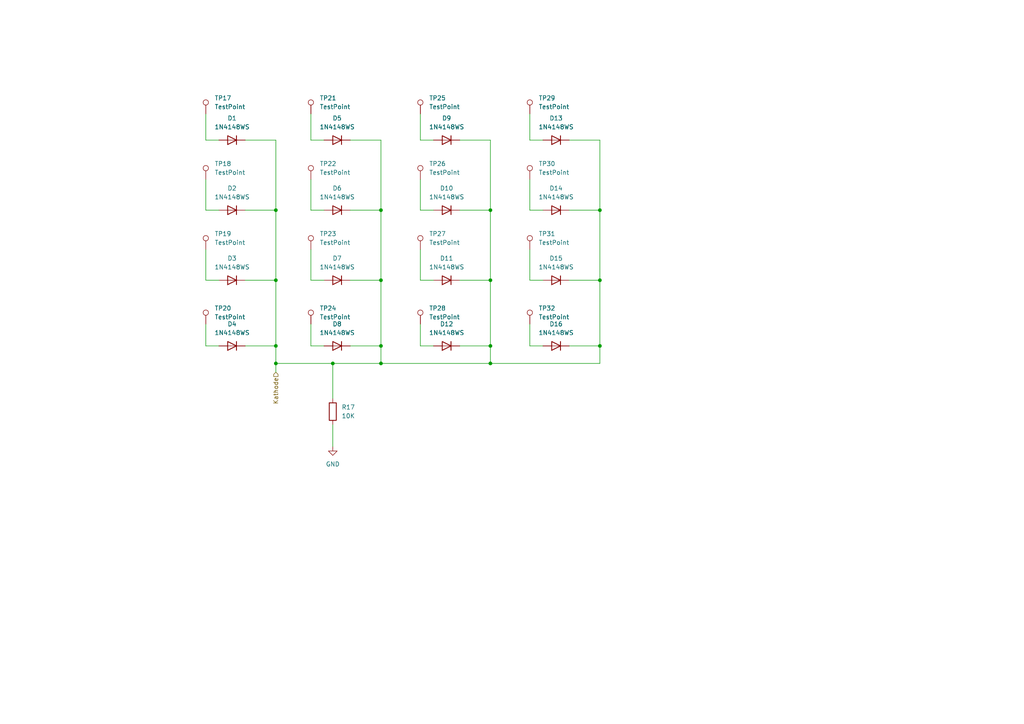
<source format=kicad_sch>
(kicad_sch (version 20231120) (generator "eeschema") (generator_version "8.0")
  (paper "A4")
  (lib_symbols
    (symbol "Connector:TestPoint" (pin_numbers hide) (pin_names (offset 0.762) hide)
      (property "Reference" "TP" (at 0 6.858 0))
      (property "Value" "TestPoint" (at 0 5.08 0))
      (symbol "TestPoint_0_1"
        (circle (center 0 3.302) (radius 0.762))
      )
      (symbol "TestPoint_1_1"
        (pin passive line (at 0 0 90) (length 2.54) (name "1") (number "1"))
      )
    )
    (symbol "Device:R" (pin_numbers hide) (pin_names (offset 0))
      (property "Reference" "R" (at 2.032 0 90))
      (property "Value" "R" (at 0 0 90))
      (symbol "R_0_1"
        (rectangle (start -1.016 -2.54) (end 1.016 2.54) (stroke (width 0.254)))
      )
      (symbol "R_1_1"
        (pin passive line (at 0 3.81 270) (length 1.27) (name "~") (number "1"))
        (pin passive line (at 0 -3.81 90) (length 1.27) (name "~") (number "2"))
      )
    )
    (symbol "Diode:1N4148WS" (pin_numbers hide) (pin_names hide)
      (property "Reference" "D" (at 0 2.54 0))
      (property "Value" "1N4148WS" (at 0 -2.54 0))
      (symbol "1N4148WS_0_1"
        (polyline (pts (xy -1.27 1.27) (xy -1.27 -1.27)) (stroke (width 0.254)))
        (polyline (pts (xy 1.27 0) (xy -1.27 0)))
        (polyline (pts (xy 1.27 1.27) (xy 1.27 -1.27) (xy -1.27 0) (xy 1.27 1.27)) (stroke (width 0.254)))
      )
      (symbol "1N4148WS_1_1"
        (pin passive line (at -3.81 0 0) (length 2.54) (name "K") (number "1"))
        (pin passive line (at 3.81 0 180) (length 2.54) (name "A") (number "2"))
      )
    )
    (symbol "power:GND" (power) (pin_numbers hide) (pin_names (offset 0) hide)
      (property "Value" "GND" (at 0 -3.81 0))
      (symbol "GND_0_1"
        (polyline (pts (xy 0 0) (xy 0 -1.27) (xy 1.27 -1.27) (xy 0 -2.54) (xy -1.27 -1.27) (xy 0 -1.27)))
      )
      (symbol "GND_1_1"
        (pin power_in line (at 0 0 270) (length 0) (name "~") (number "1"))
      )
    )
  )
  (junction (at 173.99 100.33))
  (junction (at 173.99 60.96))
  (junction (at 142.24 105.41))
  (junction (at 110.49 81.28))
  (junction (at 110.49 105.41))
  (junction (at 142.24 81.28))
  (junction (at 142.24 60.96))
  (junction (at 80.01 100.33))
  (junction (at 80.01 105.41))
  (junction (at 110.49 100.33))
  (junction (at 96.52 105.41))
  (junction (at 110.49 60.96))
  (junction (at 80.01 81.28))
  (junction (at 80.01 60.96))
  (junction (at 142.24 100.33))
  (junction (at 173.99 81.28))
  (wire (pts (xy 173.99 81.28) (xy 173.99 100.33)))
  (wire (pts (xy 165.1 100.33) (xy 173.99 100.33)))
  (wire (pts (xy 59.69 93.98) (xy 59.69 100.33)))
  (wire (pts (xy 142.24 81.28) (xy 142.24 100.33)))
  (wire (pts (xy 59.69 40.64) (xy 63.5 40.64)))
  (wire (pts (xy 153.67 52.07) (xy 153.67 60.96)))
  (wire (pts (xy 142.24 60.96) (xy 142.24 81.28)))
  (wire (pts (xy 90.17 33.02) (xy 90.17 40.64)))
  (wire (pts (xy 71.12 40.64) (xy 80.01 40.64)))
  (wire (pts (xy 121.92 60.96) (xy 125.73 60.96)))
  (wire (pts (xy 121.92 93.98) (xy 121.92 100.33)))
  (wire (pts (xy 96.52 105.41) (xy 96.52 115.57)))
  (wire (pts (xy 121.92 40.64) (xy 125.73 40.64)))
  (wire (pts (xy 121.92 81.28) (xy 125.73 81.28)))
  (wire (pts (xy 121.92 33.02) (xy 121.92 40.64)))
  (wire (pts (xy 165.1 81.28) (xy 173.99 81.28)))
  (wire (pts (xy 110.49 105.41) (xy 110.49 100.33)))
  (wire (pts (xy 173.99 100.33) (xy 173.99 105.41)))
  (wire (pts (xy 101.6 60.96) (xy 110.49 60.96)))
  (wire (pts (xy 110.49 105.41) (xy 142.24 105.41)))
  (wire (pts (xy 173.99 60.96) (xy 173.99 81.28)))
  (wire (pts (xy 90.17 40.64) (xy 93.98 40.64)))
  (wire (pts (xy 71.12 60.96) (xy 80.01 60.96)))
  (wire (pts (xy 80.01 40.64) (xy 80.01 60.96)))
  (wire (pts (xy 90.17 93.98) (xy 90.17 100.33)))
  (wire (pts (xy 121.92 72.39) (xy 121.92 81.28)))
  (wire (pts (xy 80.01 105.41) (xy 80.01 107.95)))
  (wire (pts (xy 121.92 100.33) (xy 125.73 100.33)))
  (wire (pts (xy 71.12 81.28) (xy 80.01 81.28)))
  (wire (pts (xy 101.6 100.33) (xy 110.49 100.33)))
  (wire (pts (xy 153.67 72.39) (xy 153.67 81.28)))
  (wire (pts (xy 59.69 60.96) (xy 63.5 60.96)))
  (wire (pts (xy 110.49 81.28) (xy 110.49 100.33)))
  (wire (pts (xy 153.67 81.28) (xy 157.48 81.28)))
  (wire (pts (xy 59.69 33.02) (xy 59.69 40.64)))
  (wire (pts (xy 71.12 100.33) (xy 80.01 100.33)))
  (wire (pts (xy 59.69 72.39) (xy 59.69 81.28)))
  (wire (pts (xy 101.6 40.64) (xy 110.49 40.64)))
  (wire (pts (xy 165.1 40.64) (xy 173.99 40.64)))
  (wire (pts (xy 90.17 81.28) (xy 93.98 81.28)))
  (wire (pts (xy 142.24 100.33) (xy 142.24 105.41)))
  (wire (pts (xy 153.67 60.96) (xy 157.48 60.96)))
  (wire (pts (xy 153.67 40.64) (xy 157.48 40.64)))
  (wire (pts (xy 96.52 123.19) (xy 96.52 129.54)))
  (wire (pts (xy 121.92 52.07) (xy 121.92 60.96)))
  (wire (pts (xy 96.52 105.41) (xy 110.49 105.41)))
  (wire (pts (xy 80.01 60.96) (xy 80.01 81.28)))
  (wire (pts (xy 153.67 33.02) (xy 153.67 40.64)))
  (wire (pts (xy 59.69 81.28) (xy 63.5 81.28)))
  (wire (pts (xy 90.17 100.33) (xy 93.98 100.33)))
  (wire (pts (xy 80.01 105.41) (xy 96.52 105.41)))
  (wire (pts (xy 173.99 40.64) (xy 173.99 60.96)))
  (wire (pts (xy 142.24 40.64) (xy 142.24 60.96)))
  (wire (pts (xy 59.69 100.33) (xy 63.5 100.33)))
  (wire (pts (xy 153.67 100.33) (xy 157.48 100.33)))
  (wire (pts (xy 133.35 81.28) (xy 142.24 81.28)))
  (wire (pts (xy 110.49 40.64) (xy 110.49 60.96)))
  (wire (pts (xy 80.01 81.28) (xy 80.01 100.33)))
  (wire (pts (xy 90.17 52.07) (xy 90.17 60.96)))
  (wire (pts (xy 153.67 93.98) (xy 153.67 100.33)))
  (wire (pts (xy 59.69 52.07) (xy 59.69 60.96)))
  (wire (pts (xy 142.24 105.41) (xy 173.99 105.41)))
  (wire (pts (xy 133.35 100.33) (xy 142.24 100.33)))
  (wire (pts (xy 80.01 100.33) (xy 80.01 105.41)))
  (wire (pts (xy 133.35 40.64) (xy 142.24 40.64)))
  (wire (pts (xy 90.17 60.96) (xy 93.98 60.96)))
  (wire (pts (xy 101.6 81.28) (xy 110.49 81.28)))
  (wire (pts (xy 133.35 60.96) (xy 142.24 60.96)))
  (wire (pts (xy 90.17 72.39) (xy 90.17 81.28)))
  (wire (pts (xy 110.49 60.96) (xy 110.49 81.28)))
  (wire (pts (xy 165.1 60.96) (xy 173.99 60.96)))
  (hierarchical_label "Kathode" (shape input) (at 80.01 107.95 270))
  (symbol (lib_id "Diode:1N4148WS") (at 67.31 100.33 180) (unit 1)
    (property "Reference" "D4" (at 67.31 93.98 0))
    (property "Value" "1N4148WS" (at 67.31 96.52 0))
    (property "Footprint" "Diode_SMD:D_SOD-323" (effects (hide yes)))
    (property "Datasheet" "https://www.vishay.com/docs/85751/1n4148ws.pdf" (effects (hide yes)))
    (property "Description" "75V 0.15A Fast switching Diode, SOD-323" (effects (hide yes)))
    (property "Sim.Device" "D" (effects (hide yes)))
    (property "Sim.Pins" "1=K 2=A" (effects (hide yes)))
    (instances (project "Pressure-Sensor-Matrix" (path "" (reference "D4") (unit 1)) (path "" (reference "D20") (unit 1)) (path "" (reference "D36") (unit 1)) (path "" (reference "D52") (unit 1)) (path "" (reference "D68") (unit 1)) (path "" (reference "D84") (unit 1)) (path "" (reference "D100") (unit 1)) (path "" (reference "D116") (unit 1)) (path "" (reference "D132") (unit 1)) (path "" (reference "D148") (unit 1)) (path "" (reference "D164") (unit 1)) (path "" (reference "D180") (unit 1)) (path "" (reference "D196") (unit 1)) (path "" (reference "D212") (unit 1)) (path "" (reference "D228") (unit 1)) (path "" (reference "D244") (unit 1))))
  )
  (symbol (lib_id "Connector:TestPoint") (at 121.92 33.02 0) (unit 1)
    (property "Reference" "TP25" (at 124.46 28.4479 0) (effects (justify left)))
    (property "Value" "TestPoint" (at 124.46 30.9879 0) (effects (justify left)))
    (property "Footprint" "TestPoint:TestPoint_Pad_4.0x4.0mm" (effects (hide yes)))
    (property "Description" "test point" (effects (hide yes)))
    (instances (project "Pressure-Sensor-Matrix" (path "" (reference "TP25") (unit 1)) (path "" (reference "TP41") (unit 1)) (path "" (reference "TP57") (unit 1)) (path "" (reference "TP73") (unit 1)) (path "" (reference "TP89") (unit 1)) (path "" (reference "TP105") (unit 1)) (path "" (reference "TP121") (unit 1)) (path "" (reference "TP137") (unit 1)) (path "" (reference "TP153") (unit 1)) (path "" (reference "TP169") (unit 1)) (path "" (reference "TP185") (unit 1)) (path "" (reference "TP201") (unit 1)) (path "" (reference "TP217") (unit 1)) (path "" (reference "TP233") (unit 1)) (path "" (reference "TP249") (unit 1)) (path "" (reference "TP265") (unit 1))))
  )
  (symbol (lib_id "Connector:TestPoint") (at 59.69 33.02 0) (unit 1)
    (property "Reference" "TP17" (at 62.23 28.4479 0) (effects (justify left)))
    (property "Value" "TestPoint" (at 62.23 30.9879 0) (effects (justify left)))
    (property "Footprint" "TestPoint:TestPoint_Pad_4.0x4.0mm" (effects (hide yes)))
    (property "Description" "test point" (effects (hide yes)))
    (instances (project "Pressure-Sensor-Matrix" (path "" (reference "TP17") (unit 1)) (path "" (reference "TP33") (unit 1)) (path "" (reference "TP49") (unit 1)) (path "" (reference "TP65") (unit 1)) (path "" (reference "TP81") (unit 1)) (path "" (reference "TP97") (unit 1)) (path "" (reference "TP113") (unit 1)) (path "" (reference "TP129") (unit 1)) (path "" (reference "TP145") (unit 1)) (path "" (reference "TP161") (unit 1)) (path "" (reference "TP177") (unit 1)) (path "" (reference "TP193") (unit 1)) (path "" (reference "TP209") (unit 1)) (path "" (reference "TP225") (unit 1)) (path "" (reference "TP241") (unit 1)) (path "" (reference "TP257") (unit 1))))
  )
  (symbol (lib_id "Connector:TestPoint") (at 121.92 72.39 0) (unit 1)
    (property "Reference" "TP27" (at 124.46 67.8179 0) (effects (justify left)))
    (property "Value" "TestPoint" (at 124.46 70.3579 0) (effects (justify left)))
    (property "Footprint" "TestPoint:TestPoint_Pad_4.0x4.0mm" (effects (hide yes)))
    (property "Description" "test point" (effects (hide yes)))
    (instances (project "Pressure-Sensor-Matrix" (path "" (reference "TP27") (unit 1)) (path "" (reference "TP43") (unit 1)) (path "" (reference "TP59") (unit 1)) (path "" (reference "TP75") (unit 1)) (path "" (reference "TP91") (unit 1)) (path "" (reference "TP107") (unit 1)) (path "" (reference "TP123") (unit 1)) (path "" (reference "TP139") (unit 1)) (path "" (reference "TP155") (unit 1)) (path "" (reference "TP171") (unit 1)) (path "" (reference "TP187") (unit 1)) (path "" (reference "TP203") (unit 1)) (path "" (reference "TP219") (unit 1)) (path "" (reference "TP235") (unit 1)) (path "" (reference "TP251") (unit 1)) (path "" (reference "TP267") (unit 1))))
  )
  (symbol (lib_id "Diode:1N4148WS") (at 97.79 40.64 180) (unit 1)
    (property "Reference" "D5" (at 97.79 34.29 0))
    (property "Value" "1N4148WS" (at 97.79 36.83 0))
    (property "Footprint" "Diode_SMD:D_SOD-323" (effects (hide yes)))
    (property "Datasheet" "https://www.vishay.com/docs/85751/1n4148ws.pdf" (effects (hide yes)))
    (property "Description" "75V 0.15A Fast switching Diode, SOD-323" (effects (hide yes)))
    (property "Sim.Device" "D" (effects (hide yes)))
    (property "Sim.Pins" "1=K 2=A" (effects (hide yes)))
    (instances (project "Pressure-Sensor-Matrix" (path "" (reference "D5") (unit 1)) (path "" (reference "D21") (unit 1)) (path "" (reference "D37") (unit 1)) (path "" (reference "D53") (unit 1)) (path "" (reference "D69") (unit 1)) (path "" (reference "D85") (unit 1)) (path "" (reference "D101") (unit 1)) (path "" (reference "D117") (unit 1)) (path "" (reference "D133") (unit 1)) (path "" (reference "D149") (unit 1)) (path "" (reference "D165") (unit 1)) (path "" (reference "D181") (unit 1)) (path "" (reference "D197") (unit 1)) (path "" (reference "D213") (unit 1)) (path "" (reference "D229") (unit 1)) (path "" (reference "D245") (unit 1))))
  )
  (symbol (lib_id "Connector:TestPoint") (at 153.67 72.39 0) (unit 1)
    (property "Reference" "TP31" (at 156.21 67.8179 0) (effects (justify left)))
    (property "Value" "TestPoint" (at 156.21 70.3579 0) (effects (justify left)))
    (property "Footprint" "TestPoint:TestPoint_Pad_4.0x4.0mm" (effects (hide yes)))
    (property "Description" "test point" (effects (hide yes)))
    (instances (project "Pressure-Sensor-Matrix" (path "" (reference "TP31") (unit 1)) (path "" (reference "TP47") (unit 1)) (path "" (reference "TP63") (unit 1)) (path "" (reference "TP79") (unit 1)) (path "" (reference "TP95") (unit 1)) (path "" (reference "TP111") (unit 1)) (path "" (reference "TP127") (unit 1)) (path "" (reference "TP143") (unit 1)) (path "" (reference "TP159") (unit 1)) (path "" (reference "TP175") (unit 1)) (path "" (reference "TP191") (unit 1)) (path "" (reference "TP207") (unit 1)) (path "" (reference "TP223") (unit 1)) (path "" (reference "TP239") (unit 1)) (path "" (reference "TP255") (unit 1)) (path "" (reference "TP271") (unit 1))))
  )
  (symbol (lib_id "Diode:1N4148WS") (at 129.54 100.33 180) (unit 1)
    (property "Reference" "D12" (at 129.54 93.98 0))
    (property "Value" "1N4148WS" (at 129.54 96.52 0))
    (property "Footprint" "Diode_SMD:D_SOD-323" (effects (hide yes)))
    (property "Datasheet" "https://www.vishay.com/docs/85751/1n4148ws.pdf" (effects (hide yes)))
    (property "Description" "75V 0.15A Fast switching Diode, SOD-323" (effects (hide yes)))
    (property "Sim.Device" "D" (effects (hide yes)))
    (property "Sim.Pins" "1=K 2=A" (effects (hide yes)))
    (instances (project "Pressure-Sensor-Matrix" (path "" (reference "D12") (unit 1)) (path "" (reference "D28") (unit 1)) (path "" (reference "D44") (unit 1)) (path "" (reference "D60") (unit 1)) (path "" (reference "D76") (unit 1)) (path "" (reference "D92") (unit 1)) (path "" (reference "D108") (unit 1)) (path "" (reference "D124") (unit 1)) (path "" (reference "D140") (unit 1)) (path "" (reference "D156") (unit 1)) (path "" (reference "D172") (unit 1)) (path "" (reference "D188") (unit 1)) (path "" (reference "D204") (unit 1)) (path "" (reference "D220") (unit 1)) (path "" (reference "D236") (unit 1)) (path "" (reference "D252") (unit 1))))
  )
  (symbol (lib_id "Diode:1N4148WS") (at 161.29 81.28 180) (unit 1)
    (property "Reference" "D15" (at 161.29 74.93 0))
    (property "Value" "1N4148WS" (at 161.29 77.47 0))
    (property "Footprint" "Diode_SMD:D_SOD-323" (effects (hide yes)))
    (property "Datasheet" "https://www.vishay.com/docs/85751/1n4148ws.pdf" (effects (hide yes)))
    (property "Description" "75V 0.15A Fast switching Diode, SOD-323" (effects (hide yes)))
    (property "Sim.Device" "D" (effects (hide yes)))
    (property "Sim.Pins" "1=K 2=A" (effects (hide yes)))
    (instances (project "Pressure-Sensor-Matrix" (path "" (reference "D15") (unit 1)) (path "" (reference "D31") (unit 1)) (path "" (reference "D47") (unit 1)) (path "" (reference "D63") (unit 1)) (path "" (reference "D79") (unit 1)) (path "" (reference "D95") (unit 1)) (path "" (reference "D111") (unit 1)) (path "" (reference "D127") (unit 1)) (path "" (reference "D143") (unit 1)) (path "" (reference "D159") (unit 1)) (path "" (reference "D175") (unit 1)) (path "" (reference "D191") (unit 1)) (path "" (reference "D207") (unit 1)) (path "" (reference "D223") (unit 1)) (path "" (reference "D239") (unit 1)) (path "" (reference "D255") (unit 1))))
  )
  (symbol (lib_id "Connector:TestPoint") (at 90.17 72.39 0) (unit 1)
    (property "Reference" "TP23" (at 92.71 67.8179 0) (effects (justify left)))
    (property "Value" "TestPoint" (at 92.71 70.3579 0) (effects (justify left)))
    (property "Footprint" "TestPoint:TestPoint_Pad_4.0x4.0mm" (effects (hide yes)))
    (property "Description" "test point" (effects (hide yes)))
    (instances (project "Pressure-Sensor-Matrix" (path "" (reference "TP23") (unit 1)) (path "" (reference "TP39") (unit 1)) (path "" (reference "TP55") (unit 1)) (path "" (reference "TP71") (unit 1)) (path "" (reference "TP87") (unit 1)) (path "" (reference "TP103") (unit 1)) (path "" (reference "TP119") (unit 1)) (path "" (reference "TP135") (unit 1)) (path "" (reference "TP151") (unit 1)) (path "" (reference "TP167") (unit 1)) (path "" (reference "TP183") (unit 1)) (path "" (reference "TP199") (unit 1)) (path "" (reference "TP215") (unit 1)) (path "" (reference "TP231") (unit 1)) (path "" (reference "TP247") (unit 1)) (path "" (reference "TP263") (unit 1))))
  )
  (symbol (lib_id "Connector:TestPoint") (at 59.69 93.98 0) (unit 1)
    (property "Reference" "TP20" (at 62.23 89.4079 0) (effects (justify left)))
    (property "Value" "TestPoint" (at 62.23 91.9479 0) (effects (justify left)))
    (property "Footprint" "TestPoint:TestPoint_Pad_4.0x4.0mm" (effects (hide yes)))
    (property "Description" "test point" (effects (hide yes)))
    (instances (project "Pressure-Sensor-Matrix" (path "" (reference "TP20") (unit 1)) (path "" (reference "TP36") (unit 1)) (path "" (reference "TP52") (unit 1)) (path "" (reference "TP68") (unit 1)) (path "" (reference "TP84") (unit 1)) (path "" (reference "TP100") (unit 1)) (path "" (reference "TP116") (unit 1)) (path "" (reference "TP132") (unit 1)) (path "" (reference "TP148") (unit 1)) (path "" (reference "TP164") (unit 1)) (path "" (reference "TP180") (unit 1)) (path "" (reference "TP196") (unit 1)) (path "" (reference "TP212") (unit 1)) (path "" (reference "TP228") (unit 1)) (path "" (reference "TP244") (unit 1)) (path "" (reference "TP260") (unit 1))))
  )
  (symbol (lib_id "Diode:1N4148WS") (at 129.54 81.28 180) (unit 1)
    (property "Reference" "D11" (at 129.54 74.93 0))
    (property "Value" "1N4148WS" (at 129.54 77.47 0))
    (property "Footprint" "Diode_SMD:D_SOD-323" (effects (hide yes)))
    (property "Datasheet" "https://www.vishay.com/docs/85751/1n4148ws.pdf" (effects (hide yes)))
    (property "Description" "75V 0.15A Fast switching Diode, SOD-323" (effects (hide yes)))
    (property "Sim.Device" "D" (effects (hide yes)))
    (property "Sim.Pins" "1=K 2=A" (effects (hide yes)))
    (instances (project "Pressure-Sensor-Matrix" (path "" (reference "D11") (unit 1)) (path "" (reference "D27") (unit 1)) (path "" (reference "D43") (unit 1)) (path "" (reference "D59") (unit 1)) (path "" (reference "D75") (unit 1)) (path "" (reference "D91") (unit 1)) (path "" (reference "D107") (unit 1)) (path "" (reference "D123") (unit 1)) (path "" (reference "D139") (unit 1)) (path "" (reference "D155") (unit 1)) (path "" (reference "D171") (unit 1)) (path "" (reference "D187") (unit 1)) (path "" (reference "D203") (unit 1)) (path "" (reference "D219") (unit 1)) (path "" (reference "D235") (unit 1)) (path "" (reference "D251") (unit 1))))
  )
  (symbol (lib_id "Diode:1N4148WS") (at 161.29 60.96 180) (unit 1)
    (property "Reference" "D14" (at 161.29 54.61 0))
    (property "Value" "1N4148WS" (at 161.29 57.15 0))
    (property "Footprint" "Diode_SMD:D_SOD-323" (effects (hide yes)))
    (property "Datasheet" "https://www.vishay.com/docs/85751/1n4148ws.pdf" (effects (hide yes)))
    (property "Description" "75V 0.15A Fast switching Diode, SOD-323" (effects (hide yes)))
    (property "Sim.Device" "D" (effects (hide yes)))
    (property "Sim.Pins" "1=K 2=A" (effects (hide yes)))
    (instances (project "Pressure-Sensor-Matrix" (path "" (reference "D14") (unit 1)) (path "" (reference "D30") (unit 1)) (path "" (reference "D46") (unit 1)) (path "" (reference "D62") (unit 1)) (path "" (reference "D78") (unit 1)) (path "" (reference "D94") (unit 1)) (path "" (reference "D110") (unit 1)) (path "" (reference "D126") (unit 1)) (path "" (reference "D142") (unit 1)) (path "" (reference "D158") (unit 1)) (path "" (reference "D174") (unit 1)) (path "" (reference "D190") (unit 1)) (path "" (reference "D206") (unit 1)) (path "" (reference "D222") (unit 1)) (path "" (reference "D238") (unit 1)) (path "" (reference "D254") (unit 1))))
  )
  (symbol (lib_id "Connector:TestPoint") (at 153.67 93.98 0) (unit 1)
    (property "Reference" "TP32" (at 156.21 89.4079 0) (effects (justify left)))
    (property "Value" "TestPoint" (at 156.21 91.9479 0) (effects (justify left)))
    (property "Footprint" "TestPoint:TestPoint_Pad_4.0x4.0mm" (effects (hide yes)))
    (property "Description" "test point" (effects (hide yes)))
    (instances (project "Pressure-Sensor-Matrix" (path "" (reference "TP32") (unit 1)) (path "" (reference "TP48") (unit 1)) (path "" (reference "TP64") (unit 1)) (path "" (reference "TP80") (unit 1)) (path "" (reference "TP96") (unit 1)) (path "" (reference "TP112") (unit 1)) (path "" (reference "TP128") (unit 1)) (path "" (reference "TP144") (unit 1)) (path "" (reference "TP160") (unit 1)) (path "" (reference "TP176") (unit 1)) (path "" (reference "TP192") (unit 1)) (path "" (reference "TP208") (unit 1)) (path "" (reference "TP224") (unit 1)) (path "" (reference "TP240") (unit 1)) (path "" (reference "TP256") (unit 1)) (path "" (reference "TP272") (unit 1))))
  )
  (symbol (lib_id "Diode:1N4148WS") (at 97.79 100.33 180) (unit 1)
    (property "Reference" "D8" (at 97.79 93.98 0))
    (property "Value" "1N4148WS" (at 97.79 96.52 0))
    (property "Footprint" "Diode_SMD:D_SOD-323" (effects (hide yes)))
    (property "Datasheet" "https://www.vishay.com/docs/85751/1n4148ws.pdf" (effects (hide yes)))
    (property "Description" "75V 0.15A Fast switching Diode, SOD-323" (effects (hide yes)))
    (property "Sim.Device" "D" (effects (hide yes)))
    (property "Sim.Pins" "1=K 2=A" (effects (hide yes)))
    (instances (project "Pressure-Sensor-Matrix" (path "" (reference "D8") (unit 1)) (path "" (reference "D24") (unit 1)) (path "" (reference "D40") (unit 1)) (path "" (reference "D56") (unit 1)) (path "" (reference "D72") (unit 1)) (path "" (reference "D88") (unit 1)) (path "" (reference "D104") (unit 1)) (path "" (reference "D120") (unit 1)) (path "" (reference "D136") (unit 1)) (path "" (reference "D152") (unit 1)) (path "" (reference "D168") (unit 1)) (path "" (reference "D184") (unit 1)) (path "" (reference "D200") (unit 1)) (path "" (reference "D216") (unit 1)) (path "" (reference "D232") (unit 1)) (path "" (reference "D248") (unit 1))))
  )
  (symbol (lib_id "Diode:1N4148WS") (at 67.31 60.96 180) (unit 1)
    (property "Reference" "D2" (at 67.31 54.61 0))
    (property "Value" "1N4148WS" (at 67.31 57.15 0))
    (property "Footprint" "Diode_SMD:D_SOD-323" (effects (hide yes)))
    (property "Datasheet" "https://www.vishay.com/docs/85751/1n4148ws.pdf" (effects (hide yes)))
    (property "Description" "75V 0.15A Fast switching Diode, SOD-323" (effects (hide yes)))
    (property "Sim.Device" "D" (effects (hide yes)))
    (property "Sim.Pins" "1=K 2=A" (effects (hide yes)))
    (instances (project "Pressure-Sensor-Matrix" (path "" (reference "D2") (unit 1)) (path "" (reference "D18") (unit 1)) (path "" (reference "D34") (unit 1)) (path "" (reference "D50") (unit 1)) (path "" (reference "D66") (unit 1)) (path "" (reference "D82") (unit 1)) (path "" (reference "D98") (unit 1)) (path "" (reference "D114") (unit 1)) (path "" (reference "D130") (unit 1)) (path "" (reference "D146") (unit 1)) (path "" (reference "D162") (unit 1)) (path "" (reference "D178") (unit 1)) (path "" (reference "D194") (unit 1)) (path "" (reference "D210") (unit 1)) (path "" (reference "D226") (unit 1)) (path "" (reference "D242") (unit 1))))
  )
  (symbol (lib_id "Connector:TestPoint") (at 59.69 72.39 0) (unit 1)
    (property "Reference" "TP19" (at 62.23 67.8179 0) (effects (justify left)))
    (property "Value" "TestPoint" (at 62.23 70.3579 0) (effects (justify left)))
    (property "Footprint" "TestPoint:TestPoint_Pad_4.0x4.0mm" (effects (hide yes)))
    (property "Description" "test point" (effects (hide yes)))
    (instances (project "Pressure-Sensor-Matrix" (path "" (reference "TP19") (unit 1)) (path "" (reference "TP35") (unit 1)) (path "" (reference "TP51") (unit 1)) (path "" (reference "TP67") (unit 1)) (path "" (reference "TP83") (unit 1)) (path "" (reference "TP99") (unit 1)) (path "" (reference "TP115") (unit 1)) (path "" (reference "TP131") (unit 1)) (path "" (reference "TP147") (unit 1)) (path "" (reference "TP163") (unit 1)) (path "" (reference "TP179") (unit 1)) (path "" (reference "TP195") (unit 1)) (path "" (reference "TP211") (unit 1)) (path "" (reference "TP227") (unit 1)) (path "" (reference "TP243") (unit 1)) (path "" (reference "TP259") (unit 1))))
  )
  (symbol (lib_id "Connector:TestPoint") (at 121.92 52.07 0) (unit 1)
    (property "Reference" "TP26" (at 124.46 47.4979 0) (effects (justify left)))
    (property "Value" "TestPoint" (at 124.46 50.0379 0) (effects (justify left)))
    (property "Footprint" "TestPoint:TestPoint_Pad_4.0x4.0mm" (effects (hide yes)))
    (property "Description" "test point" (effects (hide yes)))
    (instances (project "Pressure-Sensor-Matrix" (path "" (reference "TP26") (unit 1)) (path "" (reference "TP42") (unit 1)) (path "" (reference "TP58") (unit 1)) (path "" (reference "TP74") (unit 1)) (path "" (reference "TP90") (unit 1)) (path "" (reference "TP106") (unit 1)) (path "" (reference "TP122") (unit 1)) (path "" (reference "TP138") (unit 1)) (path "" (reference "TP154") (unit 1)) (path "" (reference "TP170") (unit 1)) (path "" (reference "TP186") (unit 1)) (path "" (reference "TP202") (unit 1)) (path "" (reference "TP218") (unit 1)) (path "" (reference "TP234") (unit 1)) (path "" (reference "TP250") (unit 1)) (path "" (reference "TP266") (unit 1))))
  )
  (symbol (lib_id "Connector:TestPoint") (at 153.67 52.07 0) (unit 1)
    (property "Reference" "TP30" (at 156.21 47.4979 0) (effects (justify left)))
    (property "Value" "TestPoint" (at 156.21 50.0379 0) (effects (justify left)))
    (property "Footprint" "TestPoint:TestPoint_Pad_4.0x4.0mm" (effects (hide yes)))
    (property "Description" "test point" (effects (hide yes)))
    (instances (project "Pressure-Sensor-Matrix" (path "" (reference "TP30") (unit 1)) (path "" (reference "TP46") (unit 1)) (path "" (reference "TP62") (unit 1)) (path "" (reference "TP78") (unit 1)) (path "" (reference "TP94") (unit 1)) (path "" (reference "TP110") (unit 1)) (path "" (reference "TP126") (unit 1)) (path "" (reference "TP142") (unit 1)) (path "" (reference "TP158") (unit 1)) (path "" (reference "TP174") (unit 1)) (path "" (reference "TP190") (unit 1)) (path "" (reference "TP206") (unit 1)) (path "" (reference "TP222") (unit 1)) (path "" (reference "TP238") (unit 1)) (path "" (reference "TP254") (unit 1)) (path "" (reference "TP270") (unit 1))))
  )
  (symbol (lib_id "power:GND") (at 96.52 129.54 0) (unit 1)
    (property "Reference" "#PWR014" (effects (hide yes)))
    (property "Value" "GND" (at 96.52 134.62 0))
    (property "Description" "Power symbol creates a global label with name \"GND\" , ground" (effects (hide yes)))
    (instances (project "Pressure-Sensor-Matrix" (path "" (reference "#PWR014") (unit 1)) (path "" (reference "#PWR015") (unit 1)) (path "" (reference "#PWR016") (unit 1)) (path "" (reference "#PWR017") (unit 1)) (path "" (reference "#PWR018") (unit 1)) (path "" (reference "#PWR019") (unit 1)) (path "" (reference "#PWR020") (unit 1)) (path "" (reference "#PWR021") (unit 1)) (path "" (reference "#PWR022") (unit 1)) (path "" (reference "#PWR023") (unit 1)) (path "" (reference "#PWR024") (unit 1)) (path "" (reference "#PWR025") (unit 1)) (path "" (reference "#PWR026") (unit 1)) (path "" (reference "#PWR027") (unit 1)) (path "" (reference "#PWR028") (unit 1)) (path "" (reference "#PWR029") (unit 1))))
  )
  (symbol (lib_id "Diode:1N4148WS") (at 161.29 40.64 180) (unit 1)
    (property "Reference" "D13" (at 161.29 34.29 0))
    (property "Value" "1N4148WS" (at 161.29 36.83 0))
    (property "Footprint" "Diode_SMD:D_SOD-323" (effects (hide yes)))
    (property "Datasheet" "https://www.vishay.com/docs/85751/1n4148ws.pdf" (effects (hide yes)))
    (property "Description" "75V 0.15A Fast switching Diode, SOD-323" (effects (hide yes)))
    (property "Sim.Device" "D" (effects (hide yes)))
    (property "Sim.Pins" "1=K 2=A" (effects (hide yes)))
    (instances (project "Pressure-Sensor-Matrix" (path "" (reference "D13") (unit 1)) (path "" (reference "D29") (unit 1)) (path "" (reference "D45") (unit 1)) (path "" (reference "D61") (unit 1)) (path "" (reference "D77") (unit 1)) (path "" (reference "D93") (unit 1)) (path "" (reference "D109") (unit 1)) (path "" (reference "D125") (unit 1)) (path "" (reference "D141") (unit 1)) (path "" (reference "D157") (unit 1)) (path "" (reference "D173") (unit 1)) (path "" (reference "D189") (unit 1)) (path "" (reference "D205") (unit 1)) (path "" (reference "D221") (unit 1)) (path "" (reference "D237") (unit 1)) (path "" (reference "D253") (unit 1))))
  )
  (symbol (lib_id "Diode:1N4148WS") (at 129.54 40.64 180) (unit 1)
    (property "Reference" "D9" (at 129.54 34.29 0))
    (property "Value" "1N4148WS" (at 129.54 36.83 0))
    (property "Footprint" "Diode_SMD:D_SOD-323" (effects (hide yes)))
    (property "Datasheet" "https://www.vishay.com/docs/85751/1n4148ws.pdf" (effects (hide yes)))
    (property "Description" "75V 0.15A Fast switching Diode, SOD-323" (effects (hide yes)))
    (property "Sim.Device" "D" (effects (hide yes)))
    (property "Sim.Pins" "1=K 2=A" (effects (hide yes)))
    (instances (project "Pressure-Sensor-Matrix" (path "" (reference "D9") (unit 1)) (path "" (reference "D25") (unit 1)) (path "" (reference "D41") (unit 1)) (path "" (reference "D57") (unit 1)) (path "" (reference "D73") (unit 1)) (path "" (reference "D89") (unit 1)) (path "" (reference "D105") (unit 1)) (path "" (reference "D121") (unit 1)) (path "" (reference "D137") (unit 1)) (path "" (reference "D153") (unit 1)) (path "" (reference "D169") (unit 1)) (path "" (reference "D185") (unit 1)) (path "" (reference "D201") (unit 1)) (path "" (reference "D217") (unit 1)) (path "" (reference "D233") (unit 1)) (path "" (reference "D249") (unit 1))))
  )
  (symbol (lib_id "Diode:1N4148WS") (at 67.31 40.64 180) (unit 1)
    (property "Reference" "D1" (at 67.31 34.29 0))
    (property "Value" "1N4148WS" (at 67.31 36.83 0))
    (property "Footprint" "Diode_SMD:D_SOD-323" (effects (hide yes)))
    (property "Datasheet" "https://www.vishay.com/docs/85751/1n4148ws.pdf" (effects (hide yes)))
    (property "Description" "75V 0.15A Fast switching Diode, SOD-323" (effects (hide yes)))
    (property "Sim.Device" "D" (effects (hide yes)))
    (property "Sim.Pins" "1=K 2=A" (effects (hide yes)))
    (instances (project "Pressure-Sensor-Matrix" (path "" (reference "D1") (unit 1)) (path "" (reference "D17") (unit 1)) (path "" (reference "D33") (unit 1)) (path "" (reference "D49") (unit 1)) (path "" (reference "D65") (unit 1)) (path "" (reference "D81") (unit 1)) (path "" (reference "D97") (unit 1)) (path "" (reference "D113") (unit 1)) (path "" (reference "D129") (unit 1)) (path "" (reference "D145") (unit 1)) (path "" (reference "D161") (unit 1)) (path "" (reference "D177") (unit 1)) (path "" (reference "D193") (unit 1)) (path "" (reference "D209") (unit 1)) (path "" (reference "D225") (unit 1)) (path "" (reference "D241") (unit 1))))
  )
  (symbol (lib_id "Diode:1N4148WS") (at 97.79 60.96 180) (unit 1)
    (property "Reference" "D6" (at 97.79 54.61 0))
    (property "Value" "1N4148WS" (at 97.79 57.15 0))
    (property "Footprint" "Diode_SMD:D_SOD-323" (effects (hide yes)))
    (property "Datasheet" "https://www.vishay.com/docs/85751/1n4148ws.pdf" (effects (hide yes)))
    (property "Description" "75V 0.15A Fast switching Diode, SOD-323" (effects (hide yes)))
    (property "Sim.Device" "D" (effects (hide yes)))
    (property "Sim.Pins" "1=K 2=A" (effects (hide yes)))
    (instances (project "Pressure-Sensor-Matrix" (path "" (reference "D6") (unit 1)) (path "" (reference "D22") (unit 1)) (path "" (reference "D38") (unit 1)) (path "" (reference "D54") (unit 1)) (path "" (reference "D70") (unit 1)) (path "" (reference "D86") (unit 1)) (path "" (reference "D102") (unit 1)) (path "" (reference "D118") (unit 1)) (path "" (reference "D134") (unit 1)) (path "" (reference "D150") (unit 1)) (path "" (reference "D166") (unit 1)) (path "" (reference "D182") (unit 1)) (path "" (reference "D198") (unit 1)) (path "" (reference "D214") (unit 1)) (path "" (reference "D230") (unit 1)) (path "" (reference "D246") (unit 1))))
  )
  (symbol (lib_id "Device:R") (at 96.52 119.38 0) (unit 1)
    (property "Reference" "R17" (at 99.06 118.1099 0) (effects (justify left)))
    (property "Value" "10K" (at 99.06 120.6499 0) (effects (justify left)))
    (property "Footprint" "Resistor_SMD:R_0805_2012Metric" (effects (hide yes)))
    (property "Description" "Resistor" (effects (hide yes)))
    (instances (project "Pressure-Sensor-Matrix" (path "" (reference "R17") (unit 1)) (path "" (reference "R18") (unit 1)) (path "" (reference "R19") (unit 1)) (path "" (reference "R20") (unit 1)) (path "" (reference "R21") (unit 1)) (path "" (reference "R22") (unit 1)) (path "" (reference "R23") (unit 1)) (path "" (reference "R24") (unit 1)) (path "" (reference "R25") (unit 1)) (path "" (reference "R26") (unit 1)) (path "" (reference "R27") (unit 1)) (path "" (reference "R28") (unit 1)) (path "" (reference "R29") (unit 1)) (path "" (reference "R30") (unit 1)) (path "" (reference "R31") (unit 1)) (path "" (reference "R32") (unit 1))))
  )
  (symbol (lib_id "Diode:1N4148WS") (at 67.31 81.28 180) (unit 1)
    (property "Reference" "D3" (at 67.31 74.93 0))
    (property "Value" "1N4148WS" (at 67.31 77.47 0))
    (property "Footprint" "Diode_SMD:D_SOD-323" (effects (hide yes)))
    (property "Datasheet" "https://www.vishay.com/docs/85751/1n4148ws.pdf" (effects (hide yes)))
    (property "Description" "75V 0.15A Fast switching Diode, SOD-323" (effects (hide yes)))
    (property "Sim.Device" "D" (effects (hide yes)))
    (property "Sim.Pins" "1=K 2=A" (effects (hide yes)))
    (instances (project "Pressure-Sensor-Matrix" (path "" (reference "D3") (unit 1)) (path "" (reference "D19") (unit 1)) (path "" (reference "D35") (unit 1)) (path "" (reference "D51") (unit 1)) (path "" (reference "D67") (unit 1)) (path "" (reference "D83") (unit 1)) (path "" (reference "D99") (unit 1)) (path "" (reference "D115") (unit 1)) (path "" (reference "D131") (unit 1)) (path "" (reference "D147") (unit 1)) (path "" (reference "D163") (unit 1)) (path "" (reference "D179") (unit 1)) (path "" (reference "D195") (unit 1)) (path "" (reference "D211") (unit 1)) (path "" (reference "D227") (unit 1)) (path "" (reference "D243") (unit 1))))
  )
  (symbol (lib_id "Diode:1N4148WS") (at 97.79 81.28 180) (unit 1)
    (property "Reference" "D7" (at 97.79 74.93 0))
    (property "Value" "1N4148WS" (at 97.79 77.47 0))
    (property "Footprint" "Diode_SMD:D_SOD-323" (effects (hide yes)))
    (property "Datasheet" "https://www.vishay.com/docs/85751/1n4148ws.pdf" (effects (hide yes)))
    (property "Description" "75V 0.15A Fast switching Diode, SOD-323" (effects (hide yes)))
    (property "Sim.Device" "D" (effects (hide yes)))
    (property "Sim.Pins" "1=K 2=A" (effects (hide yes)))
    (instances (project "Pressure-Sensor-Matrix" (path "" (reference "D7") (unit 1)) (path "" (reference "D23") (unit 1)) (path "" (reference "D39") (unit 1)) (path "" (reference "D55") (unit 1)) (path "" (reference "D71") (unit 1)) (path "" (reference "D87") (unit 1)) (path "" (reference "D103") (unit 1)) (path "" (reference "D119") (unit 1)) (path "" (reference "D135") (unit 1)) (path "" (reference "D151") (unit 1)) (path "" (reference "D167") (unit 1)) (path "" (reference "D183") (unit 1)) (path "" (reference "D199") (unit 1)) (path "" (reference "D215") (unit 1)) (path "" (reference "D231") (unit 1)) (path "" (reference "D247") (unit 1))))
  )
  (symbol (lib_id "Connector:TestPoint") (at 153.67 33.02 0) (unit 1)
    (property "Reference" "TP29" (at 156.21 28.4479 0) (effects (justify left)))
    (property "Value" "TestPoint" (at 156.21 30.9879 0) (effects (justify left)))
    (property "Footprint" "TestPoint:TestPoint_Pad_4.0x4.0mm" (effects (hide yes)))
    (property "Description" "test point" (effects (hide yes)))
    (instances (project "Pressure-Sensor-Matrix" (path "" (reference "TP29") (unit 1)) (path "" (reference "TP45") (unit 1)) (path "" (reference "TP61") (unit 1)) (path "" (reference "TP77") (unit 1)) (path "" (reference "TP93") (unit 1)) (path "" (reference "TP109") (unit 1)) (path "" (reference "TP125") (unit 1)) (path "" (reference "TP141") (unit 1)) (path "" (reference "TP157") (unit 1)) (path "" (reference "TP173") (unit 1)) (path "" (reference "TP189") (unit 1)) (path "" (reference "TP205") (unit 1)) (path "" (reference "TP221") (unit 1)) (path "" (reference "TP237") (unit 1)) (path "" (reference "TP253") (unit 1)) (path "" (reference "TP269") (unit 1))))
  )
  (symbol (lib_id "Connector:TestPoint") (at 59.69 52.07 0) (unit 1)
    (property "Reference" "TP18" (at 62.23 47.4979 0) (effects (justify left)))
    (property "Value" "TestPoint" (at 62.23 50.0379 0) (effects (justify left)))
    (property "Footprint" "TestPoint:TestPoint_Pad_4.0x4.0mm" (effects (hide yes)))
    (property "Description" "test point" (effects (hide yes)))
    (instances (project "Pressure-Sensor-Matrix" (path "" (reference "TP18") (unit 1)) (path "" (reference "TP34") (unit 1)) (path "" (reference "TP50") (unit 1)) (path "" (reference "TP66") (unit 1)) (path "" (reference "TP82") (unit 1)) (path "" (reference "TP98") (unit 1)) (path "" (reference "TP114") (unit 1)) (path "" (reference "TP130") (unit 1)) (path "" (reference "TP146") (unit 1)) (path "" (reference "TP162") (unit 1)) (path "" (reference "TP178") (unit 1)) (path "" (reference "TP194") (unit 1)) (path "" (reference "TP210") (unit 1)) (path "" (reference "TP226") (unit 1)) (path "" (reference "TP242") (unit 1)) (path "" (reference "TP258") (unit 1))))
  )
  (symbol (lib_id "Connector:TestPoint") (at 90.17 52.07 0) (unit 1)
    (property "Reference" "TP22" (at 92.71 47.4979 0) (effects (justify left)))
    (property "Value" "TestPoint" (at 92.71 50.0379 0) (effects (justify left)))
    (property "Footprint" "TestPoint:TestPoint_Pad_4.0x4.0mm" (effects (hide yes)))
    (property "Description" "test point" (effects (hide yes)))
    (instances (project "Pressure-Sensor-Matrix" (path "" (reference "TP22") (unit 1)) (path "" (reference "TP38") (unit 1)) (path "" (reference "TP54") (unit 1)) (path "" (reference "TP70") (unit 1)) (path "" (reference "TP86") (unit 1)) (path "" (reference "TP102") (unit 1)) (path "" (reference "TP118") (unit 1)) (path "" (reference "TP134") (unit 1)) (path "" (reference "TP150") (unit 1)) (path "" (reference "TP166") (unit 1)) (path "" (reference "TP182") (unit 1)) (path "" (reference "TP198") (unit 1)) (path "" (reference "TP214") (unit 1)) (path "" (reference "TP230") (unit 1)) (path "" (reference "TP246") (unit 1)) (path "" (reference "TP262") (unit 1))))
  )
  (symbol (lib_id "Connector:TestPoint") (at 90.17 33.02 0) (unit 1)
    (property "Reference" "TP21" (at 92.71 28.4479 0) (effects (justify left)))
    (property "Value" "TestPoint" (at 92.71 30.9879 0) (effects (justify left)))
    (property "Footprint" "TestPoint:TestPoint_Pad_4.0x4.0mm" (effects (hide yes)))
    (property "Description" "test point" (effects (hide yes)))
    (instances (project "Pressure-Sensor-Matrix" (path "" (reference "TP21") (unit 1)) (path "" (reference "TP37") (unit 1)) (path "" (reference "TP53") (unit 1)) (path "" (reference "TP69") (unit 1)) (path "" (reference "TP85") (unit 1)) (path "" (reference "TP101") (unit 1)) (path "" (reference "TP117") (unit 1)) (path "" (reference "TP133") (unit 1)) (path "" (reference "TP149") (unit 1)) (path "" (reference "TP165") (unit 1)) (path "" (reference "TP181") (unit 1)) (path "" (reference "TP197") (unit 1)) (path "" (reference "TP213") (unit 1)) (path "" (reference "TP229") (unit 1)) (path "" (reference "TP245") (unit 1)) (path "" (reference "TP261") (unit 1))))
  )
  (symbol (lib_id "Connector:TestPoint") (at 90.17 93.98 0) (unit 1)
    (property "Reference" "TP24" (at 92.71 89.4079 0) (effects (justify left)))
    (property "Value" "TestPoint" (at 92.71 91.9479 0) (effects (justify left)))
    (property "Footprint" "TestPoint:TestPoint_Pad_4.0x4.0mm" (effects (hide yes)))
    (property "Description" "test point" (effects (hide yes)))
    (instances (project "Pressure-Sensor-Matrix" (path "" (reference "TP24") (unit 1)) (path "" (reference "TP40") (unit 1)) (path "" (reference "TP56") (unit 1)) (path "" (reference "TP72") (unit 1)) (path "" (reference "TP88") (unit 1)) (path "" (reference "TP104") (unit 1)) (path "" (reference "TP120") (unit 1)) (path "" (reference "TP136") (unit 1)) (path "" (reference "TP152") (unit 1)) (path "" (reference "TP168") (unit 1)) (path "" (reference "TP184") (unit 1)) (path "" (reference "TP200") (unit 1)) (path "" (reference "TP216") (unit 1)) (path "" (reference "TP232") (unit 1)) (path "" (reference "TP248") (unit 1)) (path "" (reference "TP264") (unit 1))))
  )
  (symbol (lib_id "Connector:TestPoint") (at 121.92 93.98 0) (unit 1)
    (property "Reference" "TP28" (at 124.46 89.4079 0) (effects (justify left)))
    (property "Value" "TestPoint" (at 124.46 91.9479 0) (effects (justify left)))
    (property "Footprint" "TestPoint:TestPoint_Pad_4.0x4.0mm" (effects (hide yes)))
    (property "Description" "test point" (effects (hide yes)))
    (instances (project "Pressure-Sensor-Matrix" (path "" (reference "TP28") (unit 1)) (path "" (reference "TP44") (unit 1)) (path "" (reference "TP60") (unit 1)) (path "" (reference "TP76") (unit 1)) (path "" (reference "TP92") (unit 1)) (path "" (reference "TP108") (unit 1)) (path "" (reference "TP124") (unit 1)) (path "" (reference "TP140") (unit 1)) (path "" (reference "TP156") (unit 1)) (path "" (reference "TP172") (unit 1)) (path "" (reference "TP188") (unit 1)) (path "" (reference "TP204") (unit 1)) (path "" (reference "TP220") (unit 1)) (path "" (reference "TP236") (unit 1)) (path "" (reference "TP252") (unit 1)) (path "" (reference "TP268") (unit 1))))
  )
  (symbol (lib_id "Diode:1N4148WS") (at 161.29 100.33 180) (unit 1)
    (property "Reference" "D16" (at 161.29 93.98 0))
    (property "Value" "1N4148WS" (at 161.29 96.52 0))
    (property "Footprint" "Diode_SMD:D_SOD-323" (effects (hide yes)))
    (property "Datasheet" "https://www.vishay.com/docs/85751/1n4148ws.pdf" (effects (hide yes)))
    (property "Description" "75V 0.15A Fast switching Diode, SOD-323" (effects (hide yes)))
    (property "Sim.Device" "D" (effects (hide yes)))
    (property "Sim.Pins" "1=K 2=A" (effects (hide yes)))
    (instances (project "Pressure-Sensor-Matrix" (path "" (reference "D16") (unit 1)) (path "" (reference "D32") (unit 1)) (path "" (reference "D48") (unit 1)) (path "" (reference "D64") (unit 1)) (path "" (reference "D80") (unit 1)) (path "" (reference "D96") (unit 1)) (path "" (reference "D112") (unit 1)) (path "" (reference "D128") (unit 1)) (path "" (reference "D144") (unit 1)) (path "" (reference "D160") (unit 1)) (path "" (reference "D176") (unit 1)) (path "" (reference "D192") (unit 1)) (path "" (reference "D208") (unit 1)) (path "" (reference "D224") (unit 1)) (path "" (reference "D240") (unit 1)) (path "" (reference "D256") (unit 1))))
  )
  (symbol (lib_id "Diode:1N4148WS") (at 129.54 60.96 180) (unit 1)
    (property "Reference" "D10" (at 129.54 54.61 0))
    (property "Value" "1N4148WS" (at 129.54 57.15 0))
    (property "Footprint" "Diode_SMD:D_SOD-323" (effects (hide yes)))
    (property "Datasheet" "https://www.vishay.com/docs/85751/1n4148ws.pdf" (effects (hide yes)))
    (property "Description" "75V 0.15A Fast switching Diode, SOD-323" (effects (hide yes)))
    (property "Sim.Device" "D" (effects (hide yes)))
    (property "Sim.Pins" "1=K 2=A" (effects (hide yes)))
    (instances (project "Pressure-Sensor-Matrix" (path "" (reference "D10") (unit 1)) (path "" (reference "D26") (unit 1)) (path "" (reference "D42") (unit 1)) (path "" (reference "D58") (unit 1)) (path "" (reference "D74") (unit 1)) (path "" (reference "D90") (unit 1)) (path "" (reference "D106") (unit 1)) (path "" (reference "D122") (unit 1)) (path "" (reference "D138") (unit 1)) (path "" (reference "D154") (unit 1)) (path "" (reference "D170") (unit 1)) (path "" (reference "D186") (unit 1)) (path "" (reference "D202") (unit 1)) (path "" (reference "D218") (unit 1)) (path "" (reference "D234") (unit 1)) (path "" (reference "D250") (unit 1))))
  )
)
</source>
